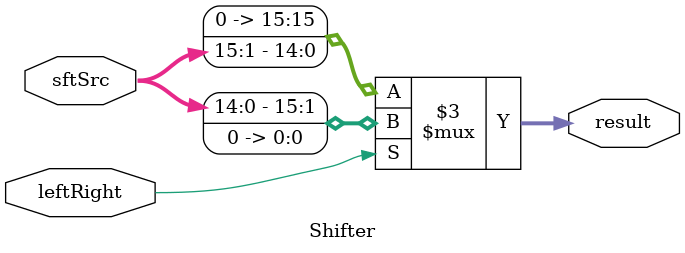
<source format=v>
module Shifter( result, leftRight, sftSrc );

//I/O ports 
output	[16-1:0] result;

input			leftRight;
input	[16-1:0] sftSrc ;

//Internal Signals
wire	[16-1:0] result;
  
//Main function
/*your code here*/

assign result = leftRight ? sftSrc << 1 : sftSrc >> 1;

endmodule
</source>
